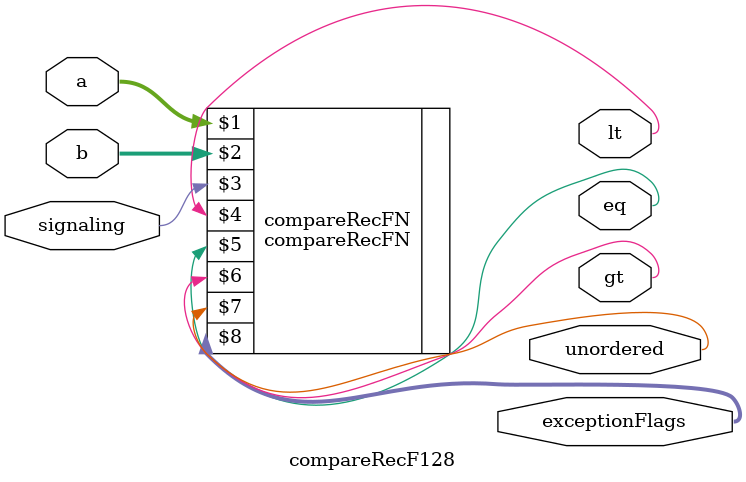
<source format=v>

/*============================================================================

This Verilog source file is part of the Berkeley HardFloat IEEE Floating-Point
Arithmetic Package, Release 1, by John R. Hauser.

Copyright 2019 The Regents of the University of California.  All rights
reserved.

Redistribution and use in source and binary forms, with or without
modification, are permitted provided that the following conditions are met:

 1. Redistributions of source code must retain the above copyright notice,
    this list of conditions, and the following disclaimer.

 2. Redistributions in binary form must reproduce the above copyright notice,
    this list of conditions, and the following disclaimer in the documentation
    and/or other materials provided with the distribution.

 3. Neither the name of the University nor the names of its contributors may
    be used to endorse or promote products derived from this software without
    specific prior written permission.

THIS SOFTWARE IS PROVIDED BY THE REGENTS AND CONTRIBUTORS "AS IS", AND ANY
EXPRESS OR IMPLIED WARRANTIES, INCLUDING, BUT NOT LIMITED TO, THE IMPLIED
WARRANTIES OF MERCHANTABILITY AND FITNESS FOR A PARTICULAR PURPOSE, ARE
DISCLAIMED.  IN NO EVENT SHALL THE REGENTS OR CONTRIBUTORS BE LIABLE FOR ANY
DIRECT, INDIRECT, INCIDENTAL, SPECIAL, EXEMPLARY, OR CONSEQUENTIAL DAMAGES
(INCLUDING, BUT NOT LIMITED TO, PROCUREMENT OF SUBSTITUTE GOODS OR SERVICES;
LOSS OF USE, DATA, OR PROFITS; OR BUSINESS INTERRUPTION) HOWEVER CAUSED AND
ON ANY THEORY OF LIABILITY, WHETHER IN CONTRACT, STRICT LIABILITY, OR TORT
(INCLUDING NEGLIGENCE OR OTHERWISE) ARISING IN ANY WAY OUT OF THE USE OF THIS
SOFTWARE, EVEN IF ADVISED OF THE POSSIBILITY OF SUCH DAMAGE.

=============================================================================*/

module
    compareRecF16 (
        input [16:0] a,
        input [16:0] b,
        input signaling,
        output lt,
        output eq,
        output gt,
        output unordered,
        output [4:0] exceptionFlags
    );

    compareRecFN#(5, 11)
        compareRecFN(a, b, signaling, lt, eq, gt, unordered, exceptionFlags);

endmodule

module
    compareRecF32 (
        input [32:0] a,
        input [32:0] b,
        input signaling,
        output lt,
        output eq,
        output gt,
        output unordered,
        output [4:0] exceptionFlags
    );

    compareRecFN#(8, 24)
        compareRecFN(a, b, signaling, lt, eq, gt, unordered, exceptionFlags);

endmodule

module
    compareRecF64 (
        input [64:0] a,
        input [64:0] b,
        input signaling,
        output lt,
        output eq,
        output gt,
        output unordered,
        output [4:0] exceptionFlags
    );

    compareRecFN#(11, 53)
        compareRecFN(a, b, signaling, lt, eq, gt, unordered, exceptionFlags);

endmodule

module
    compareRecF128 (
        input [128:0] a,
        input [128:0] b,
        input signaling,
        output lt,
        output eq,
        output gt,
        output unordered,
        output [4:0] exceptionFlags
    );

    compareRecFN#(15, 113)
        compareRecFN(a, b, signaling, lt, eq, gt, unordered, exceptionFlags);

endmodule


</source>
